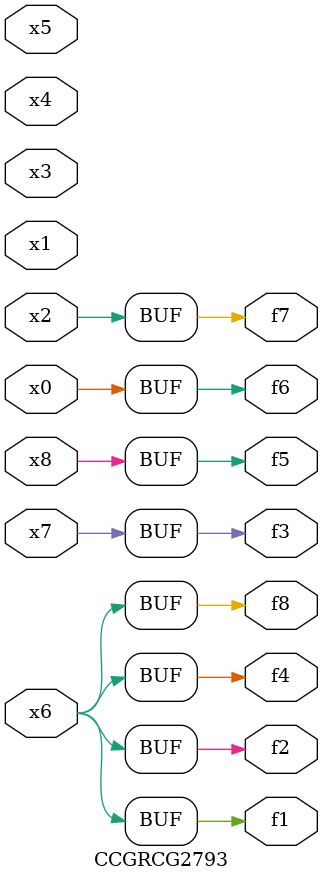
<source format=v>
module CCGRCG2793(
	input x0, x1, x2, x3, x4, x5, x6, x7, x8,
	output f1, f2, f3, f4, f5, f6, f7, f8
);
	assign f1 = x6;
	assign f2 = x6;
	assign f3 = x7;
	assign f4 = x6;
	assign f5 = x8;
	assign f6 = x0;
	assign f7 = x2;
	assign f8 = x6;
endmodule

</source>
